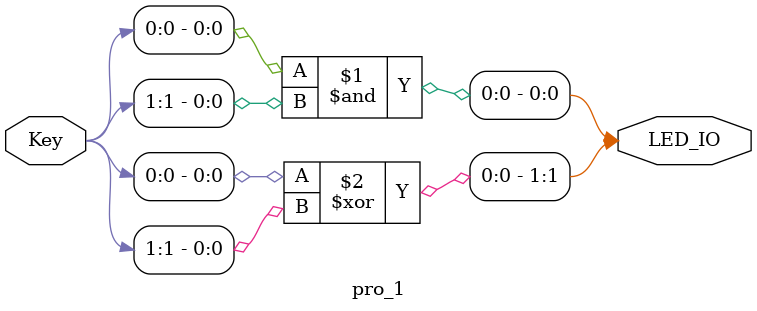
<source format=v>
`timescale 1ns / 1ps


module pro_1(       //Module name, signal type
    input [1:0]Key,
    output [1:0]LED_IO
    );
    //signal connection
    assign LED_IO[0] = Key[0] & Key[1];
    assign LED_IO[1] = Key[0] ^ Key[1];
endmodule

</source>
